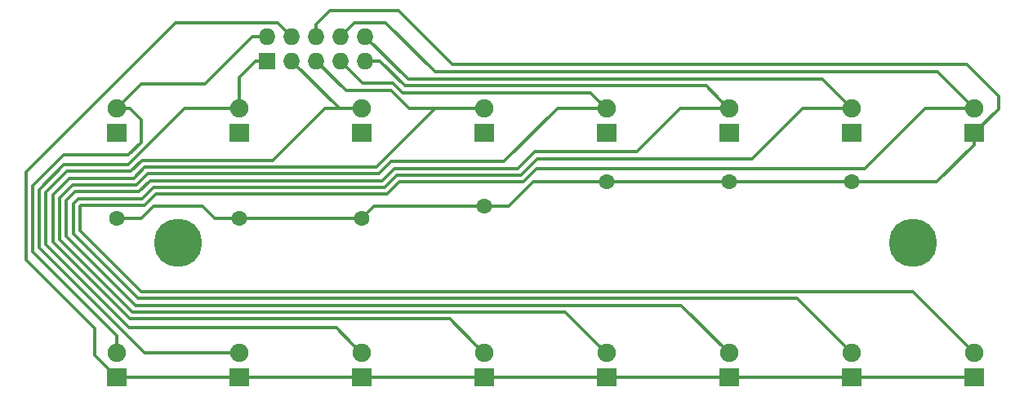
<source format=gbr>
G04 #@! TF.FileFunction,Copper,L2,Bot,Signal*
%FSLAX46Y46*%
G04 Gerber Fmt 4.6, Leading zero omitted, Abs format (unit mm)*
G04 Created by KiCad (PCBNEW 4.0.2-stable) date Thursday, 11 August 2016 'amt' 11:02:25*
%MOMM*%
G01*
G04 APERTURE LIST*
%ADD10C,0.100000*%
%ADD11R,1.727200X1.727200*%
%ADD12O,1.727200X1.727200*%
%ADD13R,2.000000X1.900000*%
%ADD14C,1.900000*%
%ADD15C,5.000000*%
%ADD16C,1.600000*%
%ADD17C,0.300000*%
G04 APERTURE END LIST*
D10*
D11*
X66421000Y-56007000D03*
D12*
X66421000Y-53467000D03*
X68961000Y-56007000D03*
X68961000Y-53467000D03*
X71501000Y-56007000D03*
X71501000Y-53467000D03*
X74041000Y-56007000D03*
X74041000Y-53467000D03*
X76581000Y-56007000D03*
X76581000Y-53467000D03*
D13*
X50800000Y-63500000D03*
D14*
X50800000Y-60960000D03*
D13*
X63500000Y-63500000D03*
D14*
X63500000Y-60960000D03*
D13*
X76200000Y-63500000D03*
D14*
X76200000Y-60960000D03*
D13*
X88900000Y-63500000D03*
D14*
X88900000Y-60960000D03*
D13*
X101600000Y-63500000D03*
D14*
X101600000Y-60960000D03*
D13*
X114300000Y-63500000D03*
D14*
X114300000Y-60960000D03*
D13*
X127000000Y-63500000D03*
D14*
X127000000Y-60960000D03*
D13*
X139700000Y-63500000D03*
D14*
X139700000Y-60960000D03*
D13*
X50800000Y-88900000D03*
D14*
X50800000Y-86360000D03*
D13*
X63500000Y-88900000D03*
D14*
X63500000Y-86360000D03*
D13*
X76200000Y-88900000D03*
D14*
X76200000Y-86360000D03*
D13*
X88900000Y-88900000D03*
D14*
X88900000Y-86360000D03*
D13*
X101600000Y-88900000D03*
D14*
X101600000Y-86360000D03*
D13*
X114300000Y-88900000D03*
D14*
X114300000Y-86360000D03*
D13*
X127000000Y-88900000D03*
D14*
X127000000Y-86360000D03*
D13*
X139700000Y-88900000D03*
D14*
X139700000Y-86360000D03*
D15*
X133350000Y-74930000D03*
X57150000Y-74930000D03*
D16*
X127000000Y-68580000D03*
X114300000Y-68580000D03*
X101600000Y-68580000D03*
X88900000Y-71120000D03*
X76200000Y-72390004D03*
X63500000Y-72390004D03*
X50800000Y-72390004D03*
D17*
X68961000Y-53467000D02*
X67547399Y-52053399D01*
X56912601Y-52053399D02*
X41402000Y-67564000D01*
X67547399Y-52053399D02*
X56912601Y-52053399D01*
X41402000Y-67564000D02*
X41402000Y-76708000D01*
X41402000Y-76708000D02*
X48514000Y-83820000D01*
X48514000Y-83820000D02*
X48514000Y-86614000D01*
X48514000Y-86614000D02*
X50800000Y-88900000D01*
X127000000Y-88900000D02*
X139700000Y-88900000D01*
X114300000Y-88900000D02*
X127000000Y-88900000D01*
X101600000Y-88900000D02*
X114300000Y-88900000D01*
X88900000Y-88900000D02*
X101600000Y-88900000D01*
X76200000Y-88900000D02*
X88900000Y-88900000D01*
X63500000Y-88900000D02*
X76200000Y-88900000D01*
X50800000Y-88900000D02*
X63500000Y-88900000D01*
X50800000Y-85016498D02*
X50800000Y-86360000D01*
X42102011Y-75884011D02*
X50800000Y-84582000D01*
X53340000Y-64470281D02*
X52024281Y-65786000D01*
X50800000Y-60960000D02*
X52143502Y-60960000D01*
X53340000Y-62156498D02*
X53340000Y-64470281D01*
X52024281Y-65786000D02*
X45339000Y-65786000D01*
X50800000Y-84582000D02*
X50800000Y-85016498D01*
X52143502Y-60960000D02*
X53340000Y-62156498D01*
X42102011Y-69022989D02*
X42102011Y-75884011D01*
X45339000Y-65786000D02*
X42102011Y-69022989D01*
X53340000Y-58420000D02*
X50800000Y-60960000D01*
X59944000Y-58420000D02*
X53340000Y-58420000D01*
X64897000Y-53467000D02*
X59944000Y-58420000D01*
X66421000Y-53467000D02*
X64897000Y-53467000D01*
X63500000Y-60960000D02*
X63500000Y-57764400D01*
X63500000Y-57764400D02*
X65257400Y-56007000D01*
X65257400Y-56007000D02*
X66421000Y-56007000D01*
X63500000Y-86360000D02*
X53750210Y-86360000D01*
X42802022Y-75411812D02*
X42802022Y-69368188D01*
X53750210Y-86360000D02*
X42802022Y-75411812D01*
X42802022Y-69368188D02*
X45368210Y-66802000D01*
X45368210Y-66802000D02*
X51998247Y-66802000D01*
X51998247Y-66802000D02*
X57840246Y-60960000D01*
X57840246Y-60960000D02*
X62230000Y-60960000D01*
X62230000Y-60960000D02*
X63500000Y-60960000D01*
X52138186Y-83758011D02*
X73598011Y-83758011D01*
X52288201Y-67502011D02*
X45658164Y-67502011D01*
X43502033Y-69658142D02*
X43502033Y-75121858D01*
X73598011Y-83758011D02*
X75250001Y-85410001D01*
X45658164Y-67502011D02*
X43502033Y-69658142D01*
X75250001Y-85410001D02*
X76200000Y-86360000D01*
X53440267Y-66349945D02*
X52288201Y-67502011D01*
X72390000Y-60960000D02*
X67000055Y-66349945D01*
X76200000Y-60960000D02*
X72390000Y-60960000D01*
X43502033Y-75121858D02*
X52138186Y-83758011D01*
X67000055Y-66349945D02*
X53440267Y-66349945D01*
X68961000Y-56007000D02*
X73914000Y-60960000D01*
X73914000Y-60960000D02*
X76200000Y-60960000D01*
X44202044Y-69948096D02*
X44202044Y-74831904D01*
X87950001Y-85410001D02*
X88900000Y-86360000D01*
X52174140Y-82804000D02*
X85344000Y-82804000D01*
X88900000Y-60960000D02*
X83820000Y-60960000D01*
X45948118Y-68202022D02*
X44202044Y-69948096D01*
X52578155Y-68202022D02*
X45948118Y-68202022D01*
X77730044Y-67049956D02*
X53730221Y-67049956D01*
X85344000Y-82804000D02*
X87950001Y-85410001D01*
X44202044Y-74831904D02*
X52174140Y-82804000D01*
X53730221Y-67049956D02*
X52578155Y-68202022D01*
X83820000Y-60960000D02*
X77730044Y-67049956D01*
X71501000Y-56007000D02*
X74614010Y-59120010D01*
X81104105Y-60960000D02*
X87556498Y-60960000D01*
X79264115Y-59120010D02*
X81104105Y-60960000D01*
X87556498Y-60960000D02*
X88900000Y-60960000D01*
X74614010Y-59120010D02*
X79264115Y-59120010D01*
X97343989Y-82103989D02*
X100650001Y-85410001D01*
X100650001Y-85410001D02*
X101600000Y-86360000D01*
X78019998Y-67749967D02*
X54020175Y-67749967D01*
X44902055Y-74541950D02*
X52464094Y-82103989D01*
X46238072Y-68902033D02*
X44902055Y-70238050D01*
X52868109Y-68902033D02*
X46238072Y-68902033D01*
X91000033Y-66479967D02*
X79289998Y-66479967D01*
X44902055Y-70238050D02*
X44902055Y-74541950D01*
X52464094Y-82103989D02*
X97343989Y-82103989D01*
X101600000Y-60960000D02*
X96520000Y-60960000D01*
X96520000Y-60960000D02*
X91000033Y-66479967D01*
X79289998Y-66479967D02*
X78019998Y-67749967D01*
X54020175Y-67749967D02*
X52868109Y-68902033D01*
X100650001Y-60010001D02*
X101600000Y-60960000D01*
X99952022Y-59312022D02*
X100650001Y-60010001D01*
X80446092Y-59312022D02*
X99952022Y-59312022D01*
X76330022Y-58296022D02*
X79430092Y-58296022D01*
X79430092Y-58296022D02*
X80446092Y-59312022D01*
X74041000Y-56007000D02*
X76330022Y-58296022D01*
X78309952Y-68449978D02*
X79579952Y-67179978D01*
X92410128Y-67179978D02*
X94185106Y-65405000D01*
X45602066Y-70528004D02*
X46528026Y-69602044D01*
X112956498Y-60960000D02*
X114300000Y-60960000D01*
X104775000Y-65405000D02*
X109220000Y-60960000D01*
X54310129Y-68449978D02*
X78309952Y-68449978D01*
X53158063Y-69602044D02*
X54310129Y-68449978D01*
X52754048Y-81403978D02*
X45602066Y-74251996D01*
X109343978Y-81403978D02*
X52754048Y-81403978D01*
X45602066Y-74251996D02*
X45602066Y-70528004D01*
X79579952Y-67179978D02*
X92410128Y-67179978D01*
X94185106Y-65405000D02*
X104775000Y-65405000D01*
X114300000Y-86360000D02*
X109343978Y-81403978D01*
X46528026Y-69602044D02*
X53158063Y-69602044D01*
X109220000Y-60960000D02*
X112956498Y-60960000D01*
X78131035Y-56007000D02*
X80736046Y-58612011D01*
X113350001Y-60010001D02*
X114300000Y-60960000D01*
X111952011Y-58612011D02*
X113350001Y-60010001D01*
X80736046Y-58612011D02*
X111952011Y-58612011D01*
X76581000Y-56007000D02*
X78131035Y-56007000D01*
X53044002Y-80703967D02*
X46302077Y-73962042D01*
X46302077Y-73962042D02*
X46302077Y-70817958D01*
X94413071Y-66167000D02*
X116713000Y-66167000D01*
X54600083Y-69149989D02*
X78599906Y-69149989D01*
X79869906Y-67879989D02*
X92700082Y-67879989D01*
X121343967Y-80703967D02*
X53044002Y-80703967D01*
X46817980Y-70302055D02*
X53448017Y-70302055D01*
X127000000Y-86360000D02*
X121343967Y-80703967D01*
X116713000Y-66167000D02*
X121920000Y-60960000D01*
X125656498Y-60960000D02*
X127000000Y-60960000D01*
X53448017Y-70302055D02*
X54600083Y-69149989D01*
X78599906Y-69149989D02*
X79869906Y-67879989D01*
X92700082Y-67879989D02*
X94413071Y-66167000D01*
X121920000Y-60960000D02*
X125656498Y-60960000D01*
X46302077Y-70817958D02*
X46817980Y-70302055D01*
X81026000Y-57912000D02*
X123952000Y-57912000D01*
X76581000Y-53467000D02*
X81026000Y-57912000D01*
X123952000Y-57912000D02*
X124460000Y-58420000D01*
X124460000Y-58420000D02*
X127000000Y-60960000D01*
X47002088Y-73672088D02*
X47002088Y-71107912D01*
X138356498Y-60960000D02*
X139700000Y-60960000D01*
X80159860Y-68580000D02*
X92990036Y-68580000D01*
X78889860Y-69850000D02*
X80159860Y-68580000D01*
X53737970Y-71002066D02*
X54890036Y-69850000D01*
X53333956Y-80003956D02*
X47002088Y-73672088D01*
X133343956Y-80003956D02*
X53333956Y-80003956D01*
X94387036Y-67183000D02*
X128397000Y-67183000D01*
X54890036Y-69850000D02*
X78889860Y-69850000D01*
X47002088Y-71107912D02*
X47107934Y-71002066D01*
X47107934Y-71002066D02*
X53737970Y-71002066D01*
X134620000Y-60960000D02*
X138356498Y-60960000D01*
X128397000Y-67183000D02*
X134620000Y-60960000D01*
X92990036Y-68580000D02*
X94387036Y-67183000D01*
X139700000Y-86360000D02*
X133343956Y-80003956D01*
X74041000Y-53467000D02*
X75454601Y-52053399D01*
X75454601Y-52053399D02*
X78723399Y-52053399D01*
X78723399Y-52053399D02*
X83820000Y-57150000D01*
X83820000Y-57150000D02*
X135890000Y-57150000D01*
X135890000Y-57150000D02*
X137922000Y-59182000D01*
X137922000Y-59182000D02*
X139700000Y-60960000D01*
X71501000Y-53467000D02*
X71501000Y-52245686D01*
X72946686Y-50800000D02*
X80010000Y-50800000D01*
X71501000Y-52245686D02*
X72946686Y-50800000D01*
X80010000Y-50800000D02*
X85598000Y-56388000D01*
X138938000Y-56388000D02*
X142240000Y-59690000D01*
X85598000Y-56388000D02*
X138938000Y-56388000D01*
X142240000Y-59690000D02*
X142240000Y-61010000D01*
X142240000Y-61010000D02*
X139750000Y-63500000D01*
X139750000Y-63500000D02*
X139700000Y-63500000D01*
X60960000Y-72390004D02*
X63500000Y-72390004D01*
X54610000Y-71120000D02*
X59689996Y-71120000D01*
X59689996Y-71120000D02*
X60960000Y-72390004D01*
X53340000Y-72390000D02*
X54610000Y-71120000D01*
X53340000Y-72390004D02*
X53340000Y-72390000D01*
X50800000Y-72390004D02*
X53340000Y-72390004D01*
X63500000Y-72390004D02*
X76200000Y-72390004D01*
X88900000Y-71120000D02*
X77470004Y-71120000D01*
X77470004Y-71120000D02*
X76200000Y-72390004D01*
X93980000Y-68580000D02*
X91440000Y-71120000D01*
X91440000Y-71120000D02*
X88900000Y-71120000D01*
X101600000Y-68580000D02*
X93980000Y-68580000D01*
X114300000Y-68580000D02*
X101600000Y-68580000D01*
X127000000Y-68580000D02*
X114300000Y-68580000D01*
X135870000Y-68580000D02*
X139700000Y-64750000D01*
X127000000Y-68580000D02*
X135870000Y-68580000D01*
X139700000Y-64750000D02*
X139700000Y-63500000D01*
M02*

</source>
